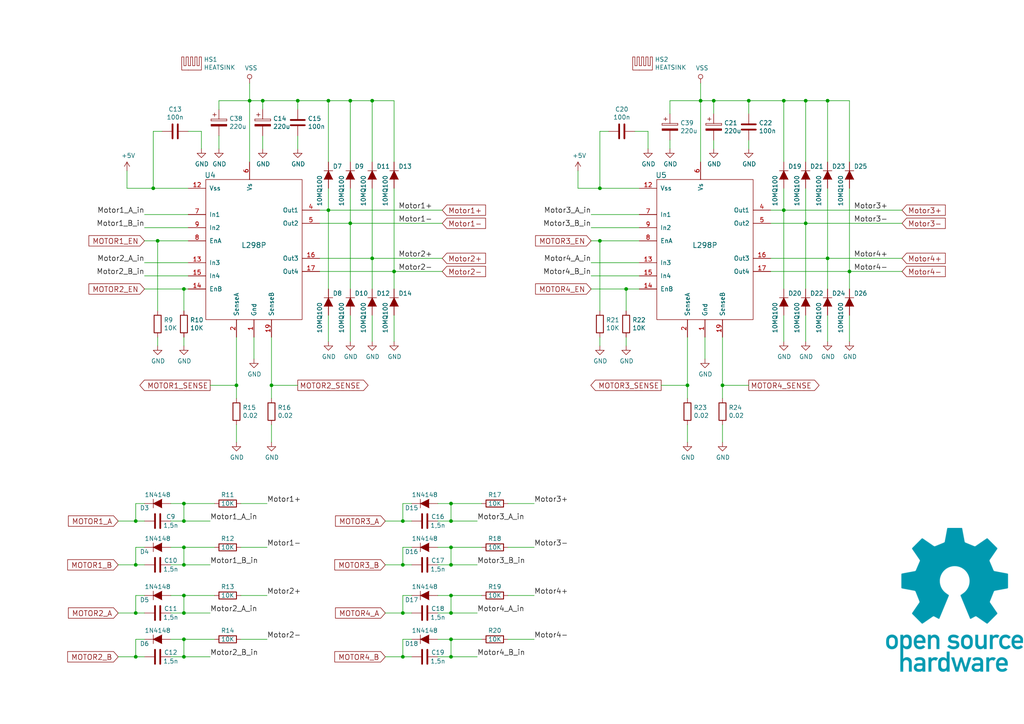
<source format=kicad_sch>
(kicad_sch (version 20231120) (generator "eeschema") (generator_version "8.0")
  (paper "A4")
  (title_block (title "Subsistema de potencia") (date "2016-08-18") (rev "V.0.1") (company "ATMEGA328-Motor-Board") (comment 2 "Creada por Antonio Morales") (comment 3 "Documentación en https://github.com/AntonioMR/ATMEGA328-Motor-Board") (comment 4 "ATMEGA328-Motor-Board"))
  (junction (at 116.84 163.83))
  (junction (at 53.34 177.8))
  (junction (at 39.37 177.8))
  (junction (at 44.45 54.61))
  (junction (at 116.84 177.8))
  (junction (at 227.33 29.21))
  (junction (at 130.81 172.72))
  (junction (at 68.58 111.76))
  (junction (at 53.34 185.42))
  (junction (at 130.81 190.5))
  (junction (at 53.34 190.5))
  (junction (at 101.6 29.21))
  (junction (at 217.17 29.21))
  (junction (at 130.81 185.42))
  (junction (at 116.84 190.5))
  (junction (at 72.39 29.21))
  (junction (at 45.72 69.85))
  (junction (at 203.2 29.21))
  (junction (at 107.95 74.93))
  (junction (at 209.55 111.76))
  (junction (at 207.01 29.21))
  (junction (at 39.37 151.13))
  (junction (at 240.03 74.93))
  (junction (at 39.37 190.5))
  (junction (at 130.81 158.75))
  (junction (at 53.34 83.82))
  (junction (at 173.99 54.61))
  (junction (at 53.34 172.72))
  (junction (at 76.2 29.21))
  (junction (at 240.03 29.21))
  (junction (at 78.74 111.76))
  (junction (at 130.81 163.83))
  (junction (at 39.37 163.83))
  (junction (at 53.34 158.75))
  (junction (at 107.95 29.21))
  (junction (at 173.99 69.85))
  (junction (at 53.34 151.13))
  (junction (at 130.81 151.13))
  (junction (at 233.68 64.77))
  (junction (at 53.34 163.83))
  (junction (at 53.34 146.05))
  (junction (at 116.84 151.13))
  (junction (at 246.38 78.74))
  (junction (at 227.33 60.96))
  (junction (at 114.3 78.74))
  (junction (at 199.39 111.76))
  (junction (at 130.81 146.05))
  (junction (at 101.6 64.77))
  (junction (at 130.81 177.8))
  (junction (at 95.25 29.21))
  (junction (at 86.36 29.21))
  (junction (at 233.68 29.21))
  (junction (at 181.61 83.82))
  (junction (at 95.25 60.96))
  (wire (pts (xy 86.36 29.21) (xy 95.25 29.21)))
  (wire (pts (xy 130.81 190.5) (xy 130.81 185.42)))
  (wire (pts (xy 45.72 100.33) (xy 45.72 97.79)))
  (wire (pts (xy 199.39 111.76) (xy 191.77 111.76)))
  (wire (pts (xy 49.53 146.05) (xy 53.34 146.05)))
  (wire (pts (xy 41.91 83.82) (xy 53.34 83.82)))
  (wire (pts (xy 78.74 111.76) (xy 86.36 111.76)))
  (wire (pts (xy 194.31 29.21) (xy 203.2 29.21)))
  (wire (pts (xy 130.81 185.42) (xy 139.7 185.42)))
  (wire (pts (xy 34.29 190.5) (xy 39.37 190.5)))
  (wire (pts (xy 53.34 185.42) (xy 62.23 185.42)))
  (wire (pts (xy 78.74 97.79) (xy 78.74 111.76)))
  (wire (pts (xy 39.37 177.8) (xy 41.91 177.8)))
  (wire (pts (xy 72.39 24.13) (xy 72.39 29.21)))
  (wire (pts (xy 95.25 54.61) (xy 95.25 60.96)))
  (wire (pts (xy 173.99 38.1) (xy 173.99 54.61)))
  (wire (pts (xy 173.99 54.61) (xy 185.42 54.61)))
  (wire (pts (xy 127 151.13) (xy 130.81 151.13)))
  (wire (pts (xy 116.84 177.8) (xy 119.38 177.8)))
  (wire (pts (xy 101.6 29.21) (xy 107.95 29.21)))
  (wire (pts (xy 53.34 97.79) (xy 53.34 100.33)))
  (wire (pts (xy 39.37 190.5) (xy 41.91 190.5)))
  (wire (pts (xy 127 190.5) (xy 130.81 190.5)))
  (wire (pts (xy 240.03 29.21) (xy 246.38 29.21)))
  (wire (pts (xy 111.76 177.8) (xy 116.84 177.8)))
  (wire (pts (xy 114.3 29.21) (xy 114.3 46.99)))
  (wire (pts (xy 68.58 97.79) (xy 68.58 111.76)))
  (wire (pts (xy 246.38 54.61) (xy 246.38 78.74)))
  (wire (pts (xy 233.68 64.77) (xy 261.62 64.77)))
  (wire (pts (xy 227.33 60.96) (xy 261.62 60.96)))
  (wire (pts (xy 147.32 172.72) (xy 154.94 172.72)))
  (wire (pts (xy 171.45 66.04) (xy 185.42 66.04)))
  (wire (pts (xy 227.33 46.99) (xy 227.33 29.21)))
  (wire (pts (xy 246.38 99.06) (xy 246.38 91.44)))
  (wire (pts (xy 116.84 185.42) (xy 116.84 190.5)))
  (wire (pts (xy 63.5 31.75) (xy 63.5 29.21)))
  (wire (pts (xy 58.42 38.1) (xy 54.61 38.1)))
  (wire (pts (xy 111.76 163.83) (xy 116.84 163.83)))
  (wire (pts (xy 233.68 54.61) (xy 233.68 64.77)))
  (wire (pts (xy 130.81 158.75) (xy 139.7 158.75)))
  (wire (pts (xy 107.95 29.21) (xy 107.95 46.99)))
  (wire (pts (xy 76.2 29.21) (xy 76.2 31.75)))
  (wire (pts (xy 39.37 151.13) (xy 41.91 151.13)))
  (wire (pts (xy 199.39 97.79) (xy 199.39 111.76)))
  (wire (pts (xy 78.74 111.76) (xy 78.74 115.57)))
  (wire (pts (xy 240.03 46.99) (xy 240.03 29.21)))
  (wire (pts (xy 53.34 151.13) (xy 53.34 146.05)))
  (wire (pts (xy 34.29 151.13) (xy 39.37 151.13)))
  (wire (pts (xy 53.34 177.8) (xy 60.96 177.8)))
  (wire (pts (xy 223.52 78.74) (xy 246.38 78.74)))
  (wire (pts (xy 114.3 99.06) (xy 114.3 91.44)))
  (wire (pts (xy 203.2 24.13) (xy 203.2 29.21)))
  (wire (pts (xy 246.38 78.74) (xy 261.62 78.74)))
  (wire (pts (xy 127 185.42) (xy 130.81 185.42)))
  (wire (pts (xy 101.6 54.61) (xy 101.6 64.77)))
  (wire (pts (xy 101.6 46.99) (xy 101.6 29.21)))
  (wire (pts (xy 44.45 54.61) (xy 54.61 54.61)))
  (wire (pts (xy 127 177.8) (xy 130.81 177.8)))
  (wire (pts (xy 246.38 78.74) (xy 246.38 83.82)))
  (wire (pts (xy 49.53 151.13) (xy 53.34 151.13)))
  (wire (pts (xy 49.53 158.75) (xy 53.34 158.75)))
  (wire (pts (xy 53.34 163.83) (xy 53.34 158.75)))
  (wire (pts (xy 217.17 29.21) (xy 217.17 33.02)))
  (wire (pts (xy 34.29 177.8) (xy 39.37 177.8)))
  (wire (pts (xy 127 158.75) (xy 130.81 158.75)))
  (wire (pts (xy 114.3 78.74) (xy 114.3 83.82)))
  (wire (pts (xy 147.32 158.75) (xy 154.94 158.75)))
  (wire (pts (xy 147.32 185.42) (xy 154.94 185.42)))
  (wire (pts (xy 203.2 29.21) (xy 203.2 46.99)))
  (wire (pts (xy 130.81 190.5) (xy 138.43 190.5)))
  (wire (pts (xy 63.5 43.18) (xy 63.5 39.37)))
  (wire (pts (xy 41.91 69.85) (xy 45.72 69.85)))
  (wire (pts (xy 39.37 185.42) (xy 39.37 190.5)))
  (wire (pts (xy 116.84 151.13) (xy 119.38 151.13)))
  (wire (pts (xy 107.95 54.61) (xy 107.95 74.93)))
  (wire (pts (xy 76.2 39.37) (xy 76.2 43.18)))
  (wire (pts (xy 92.71 78.74) (xy 114.3 78.74)))
  (wire (pts (xy 194.31 43.18) (xy 194.31 40.64)))
  (wire (pts (xy 209.55 97.79) (xy 209.55 111.76)))
  (wire (pts (xy 207.01 29.21) (xy 217.17 29.21)))
  (wire (pts (xy 130.81 151.13) (xy 130.81 146.05)))
  (wire (pts (xy 173.99 69.85) (xy 185.42 69.85)))
  (wire (pts (xy 41.91 158.75) (xy 39.37 158.75)))
  (wire (pts (xy 199.39 128.27) (xy 199.39 123.19)))
  (wire (pts (xy 171.45 80.01) (xy 185.42 80.01)))
  (wire (pts (xy 173.99 90.17) (xy 173.99 69.85)))
  (wire (pts (xy 171.45 83.82) (xy 181.61 83.82)))
  (wire (pts (xy 101.6 64.77) (xy 128.27 64.77)))
  (wire (pts (xy 39.37 146.05) (xy 39.37 151.13)))
  (wire (pts (xy 53.34 151.13) (xy 60.96 151.13)))
  (wire (pts (xy 233.68 29.21) (xy 240.03 29.21)))
  (wire (pts (xy 246.38 29.21) (xy 246.38 46.99)))
  (wire (pts (xy 119.38 158.75) (xy 116.84 158.75)))
  (wire (pts (xy 181.61 97.79) (xy 181.61 100.33)))
  (wire (pts (xy 217.17 29.21) (xy 227.33 29.21)))
  (wire (pts (xy 209.55 111.76) (xy 209.55 115.57)))
  (wire (pts (xy 227.33 60.96) (xy 227.33 83.82)))
  (wire (pts (xy 194.31 33.02) (xy 194.31 29.21)))
  (wire (pts (xy 53.34 83.82) (xy 54.61 83.82)))
  (wire (pts (xy 92.71 60.96) (xy 95.25 60.96)))
  (wire (pts (xy 95.25 60.96) (xy 95.25 83.82)))
  (wire (pts (xy 114.3 54.61) (xy 114.3 78.74)))
  (wire (pts (xy 209.55 111.76) (xy 217.17 111.76)))
  (wire (pts (xy 209.55 128.27) (xy 209.55 123.19)))
  (wire (pts (xy 223.52 60.96) (xy 227.33 60.96)))
  (wire (pts (xy 41.91 146.05) (xy 39.37 146.05)))
  (wire (pts (xy 68.58 111.76) (xy 68.58 115.57)))
  (wire (pts (xy 199.39 111.76) (xy 199.39 115.57)))
  (wire (pts (xy 116.84 163.83) (xy 119.38 163.83)))
  (wire (pts (xy 44.45 38.1) (xy 44.45 54.61)))
  (wire (pts (xy 181.61 83.82) (xy 185.42 83.82)))
  (wire (pts (xy 203.2 29.21) (xy 207.01 29.21)))
  (wire (pts (xy 171.45 69.85) (xy 173.99 69.85)))
  (wire (pts (xy 36.83 49.53) (xy 36.83 54.61)))
  (wire (pts (xy 173.99 97.79) (xy 173.99 100.33)))
  (wire (pts (xy 45.72 90.17) (xy 45.72 69.85)))
  (wire (pts (xy 227.33 99.06) (xy 227.33 91.44)))
  (wire (pts (xy 60.96 111.76) (xy 68.58 111.76)))
  (wire (pts (xy 53.34 190.5) (xy 53.34 185.42)))
  (wire (pts (xy 95.25 91.44) (xy 95.25 99.06)))
  (wire (pts (xy 127 146.05) (xy 130.81 146.05)))
  (wire (pts (xy 187.96 38.1) (xy 184.15 38.1)))
  (wire (pts (xy 207.01 43.18) (xy 207.01 40.64)))
  (wire (pts (xy 223.52 64.77) (xy 233.68 64.77)))
  (wire (pts (xy 53.34 177.8) (xy 53.34 172.72)))
  (wire (pts (xy 41.91 185.42) (xy 39.37 185.42)))
  (wire (pts (xy 49.53 185.42) (xy 53.34 185.42)))
  (wire (pts (xy 53.34 190.5) (xy 60.96 190.5)))
  (wire (pts (xy 130.81 151.13) (xy 138.43 151.13)))
  (wire (pts (xy 49.53 172.72) (xy 53.34 172.72)))
  (wire (pts (xy 49.53 177.8) (xy 53.34 177.8)))
  (wire (pts (xy 54.61 66.04) (xy 41.91 66.04)))
  (wire (pts (xy 240.03 74.93) (xy 261.62 74.93)))
  (wire (pts (xy 107.95 91.44) (xy 107.95 99.06)))
  (wire (pts (xy 107.95 74.93) (xy 128.27 74.93)))
  (wire (pts (xy 72.39 29.21) (xy 76.2 29.21)))
  (wire (pts (xy 107.95 74.93) (xy 107.95 83.82)))
  (wire (pts (xy 167.64 49.53) (xy 167.64 54.61)))
  (wire (pts (xy 95.25 29.21) (xy 101.6 29.21)))
  (wire (pts (xy 119.38 185.42) (xy 116.84 185.42)))
  (wire (pts (xy 53.34 172.72) (xy 62.23 172.72)))
  (wire (pts (xy 92.71 74.93) (xy 107.95 74.93)))
  (wire (pts (xy 116.84 146.05) (xy 116.84 151.13)))
  (wire (pts (xy 95.25 29.21) (xy 95.25 46.99)))
  (wire (pts (xy 41.91 80.01) (xy 54.61 80.01)))
  (wire (pts (xy 53.34 146.05) (xy 62.23 146.05)))
  (wire (pts (xy 217.17 40.64) (xy 217.17 43.18)))
  (wire (pts (xy 76.2 29.21) (xy 86.36 29.21)))
  (wire (pts (xy 240.03 99.06) (xy 240.03 91.44)))
  (wire (pts (xy 176.53 38.1) (xy 173.99 38.1)))
  (wire (pts (xy 223.52 74.93) (xy 240.03 74.93)))
  (wire (pts (xy 130.81 172.72) (xy 139.7 172.72)))
  (wire (pts (xy 101.6 64.77) (xy 101.6 83.82)))
  (wire (pts (xy 116.84 158.75) (xy 116.84 163.83)))
  (wire (pts (xy 53.34 90.17) (xy 53.34 83.82)))
  (wire (pts (xy 130.81 177.8) (xy 130.81 172.72)))
  (wire (pts (xy 171.45 62.23) (xy 185.42 62.23)))
  (wire (pts (xy 171.45 76.2) (xy 185.42 76.2)))
  (wire (pts (xy 130.81 177.8) (xy 138.43 177.8)))
  (wire (pts (xy 49.53 163.83) (xy 53.34 163.83)))
  (wire (pts (xy 127 172.72) (xy 130.81 172.72)))
  (wire (pts (xy 78.74 128.27) (xy 78.74 123.19)))
  (wire (pts (xy 130.81 163.83) (xy 138.43 163.83)))
  (wire (pts (xy 36.83 54.61) (xy 44.45 54.61)))
  (wire (pts (xy 68.58 123.19) (xy 68.58 128.27)))
  (wire (pts (xy 207.01 33.02) (xy 207.01 29.21)))
  (wire (pts (xy 227.33 54.61) (xy 227.33 60.96)))
  (wire (pts (xy 58.42 43.18) (xy 58.42 38.1)))
  (wire (pts (xy 116.84 172.72) (xy 116.84 177.8)))
  (wire (pts (xy 34.29 163.83) (xy 39.37 163.83)))
  (wire (pts (xy 204.47 104.14) (xy 204.47 97.79)))
  (wire (pts (xy 49.53 190.5) (xy 53.34 190.5)))
  (wire (pts (xy 73.66 97.79) (xy 73.66 104.14)))
  (wire (pts (xy 41.91 62.23) (xy 54.61 62.23)))
  (wire (pts (xy 72.39 29.21) (xy 72.39 46.99)))
  (wire (pts (xy 127 163.83) (xy 130.81 163.83)))
  (wire (pts (xy 233.68 29.21) (xy 233.68 46.99)))
  (wire (pts (xy 227.33 29.21) (xy 233.68 29.21)))
  (wire (pts (xy 69.85 185.42) (xy 77.47 185.42)))
  (wire (pts (xy 69.85 158.75) (xy 77.47 158.75)))
  (wire (pts (xy 130.81 163.83) (xy 130.81 158.75)))
  (wire (pts (xy 69.85 146.05) (xy 77.47 146.05)))
  (wire (pts (xy 116.84 190.5) (xy 119.38 190.5)))
  (wire (pts (xy 130.81 146.05) (xy 139.7 146.05)))
  (wire (pts (xy 39.37 163.83) (xy 41.91 163.83)))
  (wire (pts (xy 119.38 172.72) (xy 116.84 172.72)))
  (wire (pts (xy 86.36 39.37) (xy 86.36 43.18)))
  (wire (pts (xy 92.71 64.77) (xy 101.6 64.77)))
  (wire (pts (xy 111.76 190.5) (xy 116.84 190.5)))
  (wire (pts (xy 86.36 29.21) (xy 86.36 31.75)))
  (wire (pts (xy 39.37 158.75) (xy 39.37 163.83)))
  (wire (pts (xy 240.03 54.61) (xy 240.03 74.93)))
  (wire (pts (xy 233.68 99.06) (xy 233.68 91.44)))
  (wire (pts (xy 119.38 146.05) (xy 116.84 146.05)))
  (wire (pts (xy 53.34 158.75) (xy 62.23 158.75)))
  (wire (pts (xy 95.25 60.96) (xy 128.27 60.96)))
  (wire (pts (xy 39.37 172.72) (xy 39.37 177.8)))
  (wire (pts (xy 240.03 74.93) (xy 240.03 83.82)))
  (wire (pts (xy 54.61 76.2) (xy 41.91 76.2)))
  (wire (pts (xy 147.32 146.05) (xy 154.94 146.05)))
  (wire (pts (xy 111.76 151.13) (xy 116.84 151.13)))
  (wire (pts (xy 69.85 172.72) (xy 77.47 172.72)))
  (wire (pts (xy 233.68 64.77) (xy 233.68 83.82)))
  (wire (pts (xy 53.34 163.83) (xy 60.96 163.83)))
  (wire (pts (xy 63.5 29.21) (xy 72.39 29.21)))
  (wire (pts (xy 114.3 78.74) (xy 128.27 78.74)))
  (wire (pts (xy 167.64 54.61) (xy 173.99 54.61)))
  (wire (pts (xy 107.95 29.21) (xy 114.3 29.21)))
  (wire (pts (xy 41.91 172.72) (xy 39.37 172.72)))
  (wire (pts (xy 187.96 43.18) (xy 187.96 38.1)))
  (wire (pts (xy 101.6 99.06) (xy 101.6 91.44)))
  (wire (pts (xy 45.72 69.85) (xy 54.61 69.85)))
  (wire (pts (xy 181.61 90.17) (xy 181.61 83.82)))
  (wire (pts (xy 46.99 38.1) (xy 44.45 38.1)))
  (image (at 276.86 173.99) (scale 1.32))
  (label "Motor2_A_in" (at 41.91 76.2 180) (effects (font (size 1.524 1.524))))
  (label "Motor3_A_in" (at 171.45 62.23 180) (effects (font (size 1.524 1.524))))
  (label "Motor2-" (at 115.57 78.74 0) (effects (font (size 1.524 1.524))))
  (label "Motor4_B_in" (at 171.45 80.01 180) (effects (font (size 1.524 1.524))))
  (label "Motor3-" (at 247.65 64.77 0) (effects (font (size 1.524 1.524))))
  (label "Motor3_A_in" (at 138.43 151.13 0) (effects (font (size 1.524 1.524))))
  (label "Motor1+" (at 115.57 60.96 0) (effects (font (size 1.524 1.524))))
  (label "Motor2_B_in" (at 41.91 80.01 180) (effects (font (size 1.524 1.524))))
  (label "Motor3+" (at 247.65 60.96 0) (effects (font (size 1.524 1.524))))
  (label "Motor4_A_in" (at 171.45 76.2 180) (effects (font (size 1.524 1.524))))
  (label "Motor2_B_in" (at 60.96 190.5 0) (effects (font (size 1.524 1.524))))
  (label "Motor4_B_in" (at 138.43 190.5 0) (effects (font (size 1.524 1.524))))
  (label "Motor3_B_in" (at 171.45 66.04 180) (effects (font (size 1.524 1.524))))
  (label "Motor3-" (at 154.94 158.75 0) (effects (font (size 1.524 1.524))))
  (label "Motor1_A_in" (at 41.91 62.23 180) (effects (font (size 1.524 1.524))))
  (label "Motor1_B_in" (at 60.96 163.83 0) (effects (font (size 1.524 1.524))))
  (label "Motor1+" (at 77.47 146.05 0) (effects (font (size 1.524 1.524))))
  (label "Motor2+" (at 115.57 74.93 0) (effects (font (size 1.524 1.524))))
  (label "Motor1-" (at 115.57 64.77 0) (effects (font (size 1.524 1.524))))
  (label "Motor1-" (at 77.47 158.75 0) (effects (font (size 1.524 1.524))))
  (label "Motor2_A_in" (at 60.96 177.8 0) (effects (font (size 1.524 1.524))))
  (label "Motor3+" (at 154.94 146.05 0) (effects (font (size 1.524 1.524))))
  (label "Motor2-" (at 77.47 185.42 0) (effects (font (size 1.524 1.524))))
  (label "Motor4_A_in" (at 138.43 177.8 0) (effects (font (size 1.524 1.524))))
  (label "Motor2+" (at 77.47 172.72 0) (effects (font (size 1.524 1.524))))
  (label "Motor1_B_in" (at 41.91 66.04 180) (effects (font (size 1.524 1.524))))
  (label "Motor4+" (at 154.94 172.72 0) (effects (font (size 1.524 1.524))))
  (label "Motor4+" (at 247.65 74.93 0) (effects (font (size 1.524 1.524))))
  (label "Motor1_A_in" (at 60.96 151.13 0) (effects (font (size 1.524 1.524))))
  (label "Motor4-" (at 247.65 78.74 0) (effects (font (size 1.524 1.524))))
  (label "Motor3_B_in" (at 138.43 163.83 0) (effects (font (size 1.524 1.524))))
  (label "Motor4-" (at 154.94 185.42 0) (effects (font (size 1.524 1.524))))
  (global_label "Motor3+" (shape input) (at 261.62 60.96 0) (effects (font (size 1.524 1.524))) (property "Intersheetrefs" "${INTERSHEET_REFS}" (effects (hide yes))))
  (global_label "Motor3-" (shape input) (at 261.62 64.77 0) (effects (font (size 1.524 1.524))) (property "Intersheetrefs" "${INTERSHEET_REFS}" (effects (hide yes))))
  (global_label "MOTOR2_B" (shape input) (at 34.29 190.5 180) (effects (font (size 1.524 1.524))) (property "Intersheetrefs" "${INTERSHEET_REFS}" (effects (hide yes))))
  (global_label "MOTOR4_EN" (shape input) (at 171.45 83.82 180) (effects (font (size 1.524 1.524))) (property "Intersheetrefs" "${INTERSHEET_REFS}" (effects (hide yes))))
  (global_label "Motor4+" (shape input) (at 261.62 74.93 0) (effects (font (size 1.524 1.524))) (property "Intersheetrefs" "${INTERSHEET_REFS}" (effects (hide yes))))
  (global_label "MOTOR1_B" (shape input) (at 34.29 163.83 180) (effects (font (size 1.524 1.524))) (property "Intersheetrefs" "${INTERSHEET_REFS}" (effects (hide yes))))
  (global_label "MOTOR4_A" (shape input) (at 111.76 177.8 180) (effects (font (size 1.524 1.524))) (property "Intersheetrefs" "${INTERSHEET_REFS}" (effects (hide yes))))
  (global_label "MOTOR1_A" (shape input) (at 34.29 151.13 180) (effects (font (size 1.524 1.524))) (property "Intersheetrefs" "${INTERSHEET_REFS}" (effects (hide yes))))
  (global_label "MOTOR3_A" (shape input) (at 111.76 151.13 180) (effects (font (size 1.524 1.524))) (property "Intersheetrefs" "${INTERSHEET_REFS}" (effects (hide yes))))
  (global_label "MOTOR1_SENSE" (shape output) (at 60.96 111.76 180) (effects (font (size 1.524 1.524))) (property "Intersheetrefs" "${INTERSHEET_REFS}" (effects (hide yes))))
  (global_label "MOTOR4_B" (shape input) (at 111.76 190.5 180) (effects (font (size 1.524 1.524))) (property "Intersheetrefs" "${INTERSHEET_REFS}" (effects (hide yes))))
  (global_label "Motor2+" (shape input) (at 128.27 74.93 0) (effects (font (size 1.524 1.524))) (property "Intersheetrefs" "${INTERSHEET_REFS}" (effects (hide yes))))
  (global_label "MOTOR2_EN" (shape input) (at 41.91 83.82 180) (effects (font (size 1.524 1.524))) (property "Intersheetrefs" "${INTERSHEET_REFS}" (effects (hide yes))))
  (global_label "MOTOR2_A" (shape input) (at 34.29 177.8 180) (effects (font (size 1.524 1.524))) (property "Intersheetrefs" "${INTERSHEET_REFS}" (effects (hide yes))))
  (global_label "Motor2-" (shape input) (at 128.27 78.74 0) (effects (font (size 1.524 1.524))) (property "Intersheetrefs" "${INTERSHEET_REFS}" (effects (hide yes))))
  (global_label "MOTOR3_EN" (shape input) (at 171.45 69.85 180) (effects (font (size 1.524 1.524))) (property "Intersheetrefs" "${INTERSHEET_REFS}" (effects (hide yes))))
  (global_label "MOTOR3_B" (shape input) (at 111.76 163.83 180) (effects (font (size 1.524 1.524))) (property "Intersheetrefs" "${INTERSHEET_REFS}" (effects (hide yes))))
  (global_label "MOTOR3_SENSE" (shape output) (at 191.77 111.76 180) (effects (font (size 1.524 1.524))) (property "Intersheetrefs" "${INTERSHEET_REFS}" (effects (hide yes))))
  (global_label "MOTOR4_SENSE" (shape output) (at 217.17 111.76 0) (effects (font (size 1.524 1.524))) (property "Intersheetrefs" "${INTERSHEET_REFS}" (effects (hide yes))))
  (global_label "Motor4-" (shape input) (at 261.62 78.74 0) (effects (font (size 1.524 1.524))) (property "Intersheetrefs" "${INTERSHEET_REFS}" (effects (hide yes))))
  (global_label "MOTOR2_SENSE" (shape output) (at 86.36 111.76 0) (effects (font (size 1.524 1.524))) (property "Intersheetrefs" "${INTERSHEET_REFS}" (effects (hide yes))))
  (global_label "Motor1+" (shape input) (at 128.27 60.96 0) (effects (font (size 1.524 1.524))) (property "Intersheetrefs" "${INTERSHEET_REFS}" (effects (hide yes))))
  (global_label "MOTOR1_EN" (shape input) (at 41.91 69.85 180) (effects (font (size 1.524 1.524))) (property "Intersheetrefs" "${INTERSHEET_REFS}" (effects (hide yes))))
  (global_label "Motor1-" (shape input) (at 128.27 64.77 0) (effects (font (size 1.524 1.524))) (property "Intersheetrefs" "${INTERSHEET_REFS}" (effects (hide yes))))
  (symbol (lib_id "ATMEGA328_Motor_Board-rescue:GND") (at 73.66 104.14 0) (unit 1)
    (property "Reference" "#PWR022" (effects (hide yes)))
    (property "Value" "GND" (at 73.787 108.5342 0))
  )
  (symbol (lib_id "ATMEGA328_Motor_Board-rescue:C") (at 86.36 35.56 0) (unit 1)
    (property "Reference" "C15" (at 89.281 34.3916 0) (effects (justify left)))
    (property "Value" "100n" (at 89.281 36.703 0) (effects (justify left)))
    (property "Footprint" "Capacitors_SMD:C_0805" (effects (hide yes)))
    (property "Fabricante" "avx" (effects (hide yes)))
    (property "Ref" "08055C104K4T2A" (effects (hide yes)))
    (property "Provedor" "tme" (effects (hide yes)))
    (property "Ref_Proveedor" "08055C104K4T2A" (effects (hide yes)))
  )
  (symbol (lib_id "ATMEGA328_Motor_Board-rescue:C") (at 217.17 36.83 0) (unit 1)
    (property "Reference" "C22" (at 220.091 35.6616 0) (effects (justify left)))
    (property "Value" "100n" (at 220.091 37.973 0) (effects (justify left)))
    (property "Footprint" "Capacitors_SMD:C_0805" (effects (hide yes)))
    (property "Fabricante" "avx" (effects (hide yes)))
    (property "Ref" "08055C104K4T2A" (effects (hide yes)))
    (property "Provedor" "tme" (effects (hide yes)))
    (property "Ref_Proveedor" "08055C104K4T2A" (effects (hide yes)))
  )
  (symbol (lib_id "ATMEGA328_Motor_Board-rescue:GND") (at 86.36 43.18 0) (unit 1)
    (property "Reference" "#PWR023" (effects (hide yes)))
    (property "Value" "GND" (at 86.487 47.5742 0))
  )
  (symbol (lib_id "ATMEGA328_Motor_Board-rescue:GND") (at 217.17 43.18 0) (unit 1)
    (property "Reference" "#PWR024" (effects (hide yes)))
    (property "Value" "GND" (at 217.297 47.5742 0))
  )
  (symbol (lib_id "ATMEGA328_Motor_Board-rescue:C") (at 180.34 38.1 270) (unit 1)
    (property "Reference" "C20" (at 180.34 31.6992 90))
    (property "Value" "100n" (at 180.34 34.0106 90))
    (property "Footprint" "Capacitors_SMD:C_0805" (effects (hide yes)))
    (property "Fabricante" "avx" (effects (hide yes)))
    (property "Ref" "08055C104K4T2A" (effects (hide yes)))
    (property "Provedor" "tme" (effects (hide yes)))
    (property "Ref_Proveedor" "08055C104K4T2A" (effects (hide yes)))
  )
  (symbol (lib_id "ATMEGA328_Motor_Board-rescue:C") (at 50.8 38.1 270) (unit 1)
    (property "Reference" "C13" (at 50.8 31.6992 90))
    (property "Value" "100n" (at 50.8 34.0106 90))
    (property "Footprint" "Capacitors_SMD:C_0805" (effects (hide yes)))
    (property "Fabricante" "avx" (effects (hide yes)))
    (property "Ref" "08055C104K4T2A" (effects (hide yes)))
    (property "Provedor" "tme" (effects (hide yes)))
    (property "Ref_Proveedor" "08055C104K4T2A" (effects (hide yes)))
  )
  (symbol (lib_id "ATMEGA328_Motor_Board-rescue:GND") (at 187.96 43.18 0) (unit 1)
    (property "Reference" "#PWR025" (effects (hide yes)))
    (property "Value" "GND" (at 188.087 47.5742 0))
  )
  (symbol (lib_id "ATMEGA328_Motor_Board-rescue:GND") (at 58.42 43.18 0) (unit 1)
    (property "Reference" "#PWR026" (effects (hide yes)))
    (property "Value" "GND" (at 58.547 47.5742 0))
  )
  (symbol (lib_id "ATMEGA328_Motor_Board-rescue:R") (at 68.58 119.38 0) (unit 1)
    (property "Reference" "R15" (at 70.358 118.2116 0) (effects (justify left)))
    (property "Value" "0.02" (at 70.358 120.523 0) (effects (justify left)))
    (property "Footprint" "Resistors_SMD:R_1206" (effects (hide yes)))
    (property "Fabricante" "walsin" (effects (hide yes)))
    (property "Ref" "WW12DR020FTL" (effects (hide yes)))
    (property "Potencia" "1W" (effects (hide yes)))
    (property "Tolerancia" "1%" (effects (hide yes)))
    (property "Provedor" "tme" (effects (hide yes)))
    (property "Ref_Proveedor" "WW12DR020FTL" (effects (hide yes)))
  )
  (symbol (lib_id "ATMEGA328_Motor_Board-rescue:R") (at 78.74 119.38 0) (unit 1)
    (property "Reference" "R16" (at 80.518 118.2116 0) (effects (justify left)))
    (property "Value" "0.02" (at 80.518 120.523 0) (effects (justify left)))
    (property "Footprint" "Resistors_SMD:R_1206" (effects (hide yes)))
    (property "Fabricante" "walsin" (effects (hide yes)))
    (property "Ref" "WW12DR020FTL" (effects (hide yes)))
    (property "Potencia" "1W" (effects (hide yes)))
    (property "Tolerancia" "1%" (effects (hide yes)))
    (property "Provedor" "tme" (effects (hide yes)))
    (property "Ref_Proveedor" "WW12DR020FTL" (effects (hide yes)))
  )
  (symbol (lib_id "ATMEGA328_Motor_Board-rescue:R") (at 199.39 119.38 0) (unit 1)
    (property "Reference" "R23" (at 201.168 118.2116 0) (effects (justify left)))
    (property "Value" "0.02" (at 201.168 120.523 0) (effects (justify left)))
    (property "Footprint" "Resistors_SMD:R_1206" (effects (hide yes)))
    (property "Fabricante" "walsin" (effects (hide yes)))
    (property "Ref" "WW12DR020FTL" (effects (hide yes)))
    (property "Potencia" "1W" (effects (hide yes)))
    (property "Tolerancia" "1%" (effects (hide yes)))
    (property "Provedor" "tme" (effects (hide yes)))
    (property "Ref_Proveedor" "WW12DR020FTL" (effects (hide yes)))
  )
  (symbol (lib_id "ATMEGA328_Motor_Board-rescue:R") (at 209.55 119.38 0) (unit 1)
    (property "Reference" "R24" (at 211.328 118.2116 0) (effects (justify left)))
    (property "Value" "0.02" (at 211.328 120.523 0) (effects (justify left)))
    (property "Footprint" "Resistors_SMD:R_1206" (effects (hide yes)))
    (property "Fabricante" "walsin" (effects (hide yes)))
    (property "Ref" "WW12DR020FTL" (effects (hide yes)))
    (property "Potencia" "1W" (effects (hide yes)))
    (property "Tolerancia" "1%" (effects (hide yes)))
    (property "Provedor" "tme" (effects (hide yes)))
    (property "Ref_Proveedor" "WW12DR020FTL" (effects (hide yes)))
  )
  (symbol (lib_id "ATMEGA328_Motor_Board-rescue:GND") (at 209.55 128.27 0) (unit 1)
    (property "Reference" "#PWR027" (effects (hide yes)))
    (property "Value" "GND" (at 209.677 132.6642 0))
  )
  (symbol (lib_id "ATMEGA328_Motor_Board-rescue:GND") (at 199.39 128.27 0) (unit 1)
    (property "Reference" "#PWR028" (effects (hide yes)))
    (property "Value" "GND" (at 199.517 132.6642 0))
  )
  (symbol (lib_id "ATMEGA328_Motor_Board-rescue:GND") (at 78.74 128.27 0) (unit 1)
    (property "Reference" "#PWR029" (effects (hide yes)))
    (property "Value" "GND" (at 78.867 132.6642 0))
  )
  (symbol (lib_id "ATMEGA328_Motor_Board-rescue:GND") (at 68.58 128.27 0) (unit 1)
    (property "Reference" "#PWR030" (effects (hide yes)))
    (property "Value" "GND" (at 68.707 132.6642 0))
  )
  (symbol (lib_id "ATMEGA328_Motor_Board-rescue:D") (at 95.25 50.8 270) (unit 1)
    (property "Reference" "D7" (at 96.52 48.26 90) (effects (justify left)))
    (property "Value" "10MQ100" (at 92.71 50.8 0) (effects (justify left)))
    (property "Footprint" "Diodos:DO-214AC" (effects (hide yes)))
    (property "Fabricante" "vishay" (effects (hide yes)))
    (property "Ref" "10MQ100NTRPBF" (effects (hide yes)))
    (property "Provedor" "tme" (effects (hide yes)))
    (property "Ref_Proveedor" "10MQ100NTRPBF" (effects (hide yes)))
  )
  (symbol (lib_id "ATMEGA328_Motor_Board-rescue:D") (at 101.6 50.8 270) (unit 1)
    (property "Reference" "D9" (at 102.87 48.26 90) (effects (justify left)))
    (property "Value" "10MQ100" (at 99.06 50.8 0) (effects (justify left)))
    (property "Footprint" "Diodos:DO-214AC" (effects (hide yes)))
    (property "Fabricante" "vishay" (effects (hide yes)))
    (property "Ref" "10MQ100NTRPBF" (effects (hide yes)))
    (property "Provedor" "tme" (effects (hide yes)))
    (property "Ref_Proveedor" "10MQ100NTRPBF" (effects (hide yes)))
  )
  (symbol (lib_id "ATMEGA328_Motor_Board-rescue:D") (at 107.95 50.8 270) (unit 1)
    (property "Reference" "D11" (at 109.22 48.26 90) (effects (justify left)))
    (property "Value" "10MQ100" (at 105.41 50.8 0) (effects (justify left)))
    (property "Footprint" "Diodos:DO-214AC" (effects (hide yes)))
    (property "Fabricante" "vishay" (effects (hide yes)))
    (property "Ref" "10MQ100NTRPBF" (effects (hide yes)))
    (property "Provedor" "tme" (effects (hide yes)))
    (property "Ref_Proveedor" "10MQ100NTRPBF" (effects (hide yes)))
  )
  (symbol (lib_id "ATMEGA328_Motor_Board-rescue:D") (at 114.3 50.8 270) (unit 1)
    (property "Reference" "D13" (at 115.57 48.26 90) (effects (justify left)))
    (property "Value" "10MQ100" (at 111.76 50.8 0) (effects (justify left)))
    (property "Footprint" "Diodos:DO-214AC" (effects (hide yes)))
    (property "Fabricante" "vishay" (effects (hide yes)))
    (property "Ref" "10MQ100NTRPBF" (effects (hide yes)))
    (property "Provedor" "tme" (effects (hide yes)))
    (property "Ref_Proveedor" "10MQ100NTRPBF" (effects (hide yes)))
  )
  (symbol (lib_id "ATMEGA328_Motor_Board-rescue:D") (at 95.25 87.63 270) (unit 1)
    (property "Reference" "D8" (at 96.52 85.09 90) (effects (justify left)))
    (property "Value" "10MQ100" (at 92.71 87.63 0) (effects (justify left)))
    (property "Footprint" "Diodos:DO-214AC" (effects (hide yes)))
    (property "Fabricante" "vishay" (effects (hide yes)))
    (property "Ref" "10MQ100NTRPBF" (effects (hide yes)))
    (property "Provedor" "tme" (effects (hide yes)))
    (property "Ref_Proveedor" "10MQ100NTRPBF" (effects (hide yes)))
  )
  (symbol (lib_id "ATMEGA328_Motor_Board-rescue:D") (at 101.6 87.63 270) (unit 1)
    (property "Reference" "D10" (at 102.87 85.09 90) (effects (justify left)))
    (property "Value" "10MQ100" (at 99.06 87.63 0) (effects (justify left)))
    (property "Footprint" "Diodos:DO-214AC" (effects (hide yes)))
    (property "Fabricante" "vishay" (effects (hide yes)))
    (property "Ref" "10MQ100NTRPBF" (effects (hide yes)))
    (property "Provedor" "tme" (effects (hide yes)))
    (property "Ref_Proveedor" "10MQ100NTRPBF" (effects (hide yes)))
  )
  (symbol (lib_id "ATMEGA328_Motor_Board-rescue:D") (at 107.95 87.63 270) (unit 1)
    (property "Reference" "D12" (at 109.22 85.09 90) (effects (justify left)))
    (property "Value" "10MQ100" (at 105.41 87.63 0) (effects (justify left)))
    (property "Footprint" "Diodos:DO-214AC" (effects (hide yes)))
    (property "Fabricante" "vishay" (effects (hide yes)))
    (property "Ref" "10MQ100NTRPBF" (effects (hide yes)))
    (property "Provedor" "tme" (effects (hide yes)))
    (property "Ref_Proveedor" "10MQ100NTRPBF" (effects (hide yes)))
  )
  (symbol (lib_id "ATMEGA328_Motor_Board-rescue:D") (at 114.3 87.63 270) (unit 1)
    (property "Reference" "D14" (at 115.57 85.09 90) (effects (justify left)))
    (property "Value" "10MQ100" (at 111.76 87.63 0) (effects (justify left)))
    (property "Footprint" "Diodos:DO-214AC" (effects (hide yes)))
    (property "Fabricante" "vishay" (effects (hide yes)))
    (property "Ref" "10MQ100NTRPBF" (effects (hide yes)))
    (property "Provedor" "tme" (effects (hide yes)))
    (property "Ref_Proveedor" "10MQ100NTRPBF" (effects (hide yes)))
  )
  (symbol (lib_id "ATMEGA328_Motor_Board-rescue:CP") (at 76.2 35.56 0) (unit 1)
    (property "Reference" "C14" (at 79.1972 34.3916 0) (effects (justify left)))
    (property "Value" "220u" (at 79.1972 36.703 0) (effects (justify left)))
    (property "Footprint" "Capacitors_SMD:c_elec_10x10" (effects (hide yes)))
    (property "Fabricante" "PANASONIC" (effects (hide yes)))
    (property "Ref" "SC1H227M10010VR" (effects (hide yes)))
    (property "Provedor" "tme" (effects (hide yes)))
    (property "Ref_Proveedor" "SC1H227M10010VR" (effects (hide yes)))
  )
  (symbol (lib_id "ATMEGA328_Motor_Board-rescue:GND") (at 76.2 43.18 0) (unit 1)
    (property "Reference" "#PWR031" (effects (hide yes)))
    (property "Value" "GND" (at 76.327 47.5742 0))
  )
  (symbol (lib_id "ATMEGA328_Motor_Board-rescue:GND") (at 95.25 99.06 0) (unit 1)
    (property "Reference" "#PWR032" (effects (hide yes)))
    (property "Value" "GND" (at 95.377 103.4542 0))
  )
  (symbol (lib_id "ATMEGA328_Motor_Board-rescue:GND") (at 101.6 99.06 0) (unit 1)
    (property "Reference" "#PWR033" (effects (hide yes)))
    (property "Value" "GND" (at 101.727 103.4542 0))
  )
  (symbol (lib_id "ATMEGA328_Motor_Board-rescue:GND") (at 107.95 99.06 0) (unit 1)
    (property "Reference" "#PWR034" (effects (hide yes)))
    (property "Value" "GND" (at 108.077 103.4542 0))
  )
  (symbol (lib_id "ATMEGA328_Motor_Board-rescue:GND") (at 114.3 99.06 0) (unit 1)
    (property "Reference" "#PWR035" (effects (hide yes)))
    (property "Value" "GND" (at 114.427 103.4542 0))
  )
  (symbol (lib_id "ATMEGA328_Motor_Board-rescue:R") (at 45.72 93.98 0) (unit 1)
    (property "Reference" "R9" (at 47.498 92.8116 0) (effects (justify left)))
    (property "Value" "10K" (at 47.498 95.123 0) (effects (justify left)))
    (property "Footprint" "Resistors_SMD:R_0805" (effects (hide yes)))
    (property "Fabricante" "vishay" (effects (hide yes)))
    (property "Ref" "CRCW080510K0FKEA" (effects (hide yes)))
    (property "Potencia" "0.125W" (effects (hide yes)))
    (property "Tolerancia" "1%" (effects (hide yes)))
    (property "Provedor" "tme" (effects (hide yes)))
    (property "Ref_Proveedor" "CRCW080510K0FKEA" (effects (hide yes)))
  )
  (symbol (lib_id "ATMEGA328_Motor_Board-rescue:R") (at 53.34 93.98 0) (unit 1)
    (property "Reference" "R10" (at 55.118 92.8116 0) (effects (justify left)))
    (property "Value" "10K" (at 55.118 95.123 0) (effects (justify left)))
    (property "Footprint" "Resistors_SMD:R_0805" (effects (hide yes)))
    (property "Fabricante" "vishay" (effects (hide yes)))
    (property "Ref" "CRCW080510K0FKEA" (effects (hide yes)))
    (property "Potencia" "0.125W" (effects (hide yes)))
    (property "Tolerancia" "1%" (effects (hide yes)))
    (property "Provedor" "tme" (effects (hide yes)))
    (property "Ref_Proveedor" "CRCW080510K0FKEA" (effects (hide yes)))
  )
  (symbol (lib_id "ATMEGA328_Motor_Board-rescue:GND") (at 45.72 100.33 0) (unit 1)
    (property "Reference" "#PWR036" (effects (hide yes)))
    (property "Value" "GND" (at 45.847 104.7242 0))
  )
  (symbol (lib_id "ATMEGA328_Motor_Board-rescue:GND") (at 53.34 100.33 0) (unit 1)
    (property "Reference" "#PWR037" (effects (hide yes)))
    (property "Value" "GND" (at 53.467 104.7242 0))
  )
  (symbol (lib_id "ATMEGA328_Motor_Board-rescue:D") (at 227.33 50.8 270) (unit 1)
    (property "Reference" "D19" (at 228.6 48.26 90) (effects (justify left)))
    (property "Value" "10MQ100" (at 224.79 50.8 0) (effects (justify left)))
    (property "Footprint" "Diodos:DO-214AC" (effects (hide yes)))
    (property "Fabricante" "vishay" (effects (hide yes)))
    (property "Ref" "10MQ100NTRPBF" (effects (hide yes)))
    (property "Provedor" "tme" (effects (hide yes)))
    (property "Ref_Proveedor" "10MQ100NTRPBF" (effects (hide yes)))
  )
  (symbol (lib_id "ATMEGA328_Motor_Board-rescue:D") (at 233.68 50.8 270) (unit 1)
    (property "Reference" "D21" (at 234.95 48.26 90) (effects (justify left)))
    (property "Value" "10MQ100" (at 231.14 50.8 0) (effects (justify left)))
    (property "Footprint" "Diodos:DO-214AC" (effects (hide yes)))
    (property "Fabricante" "vishay" (effects (hide yes)))
    (property "Ref" "10MQ100NTRPBF" (effects (hide yes)))
    (property "Provedor" "tme" (effects (hide yes)))
    (property "Ref_Proveedor" "10MQ100NTRPBF" (effects (hide yes)))
  )
  (symbol (lib_id "ATMEGA328_Motor_Board-rescue:D") (at 240.03 50.8 270) (unit 1)
    (property "Reference" "D23" (at 241.3 48.26 90) (effects (justify left)))
    (property "Value" "10MQ100" (at 237.49 50.8 0) (effects (justify left)))
    (property "Footprint" "Diodos:DO-214AC" (effects (hide yes)))
    (property "Fabricante" "vishay" (effects (hide yes)))
    (property "Ref" "10MQ100NTRPBF" (effects (hide yes)))
    (property "Provedor" "tme" (effects (hide yes)))
    (property "Ref_Proveedor" "10MQ100NTRPBF" (effects (hide yes)))
  )
  (symbol (lib_id "ATMEGA328_Motor_Board-rescue:D") (at 246.38 50.8 270) (unit 1)
    (property "Reference" "D25" (at 247.65 48.26 90) (effects (justify left)))
    (property "Value" "10MQ100" (at 243.84 50.8 0) (effects (justify left)))
    (property "Footprint" "Diodos:DO-214AC" (effects (hide yes)))
    (property "Fabricante" "vishay" (effects (hide yes)))
    (property "Ref" "10MQ100NTRPBF" (effects (hide yes)))
    (property "Provedor" "tme" (effects (hide yes)))
    (property "Ref_Proveedor" "10MQ100NTRPBF" (effects (hide yes)))
  )
  (symbol (lib_id "ATMEGA328_Motor_Board-rescue:D") (at 227.33 87.63 270) (unit 1)
    (property "Reference" "D20" (at 228.6 85.09 90) (effects (justify left)))
    (property "Value" "10MQ100" (at 224.79 87.63 0) (effects (justify left)))
    (property "Footprint" "Diodos:DO-214AC" (effects (hide yes)))
    (property "Fabricante" "vishay" (effects (hide yes)))
    (property "Ref" "10MQ100NTRPBF" (effects (hide yes)))
    (property "Provedor" "tme" (effects (hide yes)))
    (property "Ref_Proveedor" "10MQ100NTRPBF" (effects (hide yes)))
  )
  (symbol (lib_id "ATMEGA328_Motor_Board-rescue:D") (at 233.68 87.63 270) (unit 1)
    (property "Reference" "D22" (at 234.95 85.09 90) (effects (justify left)))
    (property "Value" "10MQ100" (at 231.14 87.63 0) (effects (justify left)))
    (property "Footprint" "Diodos:DO-214AC" (effects (hide yes)))
    (property "Fabricante" "vishay" (effects (hide yes)))
    (property "Ref" "10MQ100NTRPBF" (effects (hide yes)))
    (property "Provedor" "tme" (effects (hide yes)))
    (property "Ref_Proveedor" "10MQ100NTRPBF" (effects (hide yes)))
  )
  (symbol (lib_id "ATMEGA328_Motor_Board-rescue:D") (at 240.03 87.63 270) (unit 1)
    (property "Reference" "D24" (at 241.3 85.09 90) (effects (justify left)))
    (property "Value" "10MQ100" (at 237.49 87.63 0) (effects (justify left)))
    (property "Footprint" "Diodos:DO-214AC" (effects (hide yes)))
    (property "Fabricante" "vishay" (effects (hide yes)))
    (property "Ref" "10MQ100NTRPBF" (effects (hide yes)))
    (property "Provedor" "tme" (effects (hide yes)))
    (property "Ref_Proveedor" "10MQ100NTRPBF" (effects (hide yes)))
  )
  (symbol (lib_id "ATMEGA328_Motor_Board-rescue:D") (at 246.38 87.63 270) (unit 1)
    (property "Reference" "D26" (at 247.65 85.09 90) (effects (justify left)))
    (property "Value" "10MQ100" (at 243.84 87.63 0) (effects (justify left)))
    (property "Footprint" "Diodos:DO-214AC" (effects (hide yes)))
    (property "Fabricante" "vishay" (effects (hide yes)))
    (property "Ref" "10MQ100NTRPBF" (effects (hide yes)))
    (property "Provedor" "tme" (effects (hide yes)))
    (property "Ref_Proveedor" "10MQ100NTRPBF" (effects (hide yes)))
  )
  (symbol (lib_id "ATMEGA328_Motor_Board-rescue:CP") (at 207.01 36.83 0) (unit 1)
    (property "Reference" "C21" (at 210.0072 35.6616 0) (effects (justify left)))
    (property "Value" "220u" (at 210.0072 37.973 0) (effects (justify left)))
    (property "Footprint" "Capacitors_SMD:c_elec_10x10" (effects (hide yes)))
    (property "Fabricante" "SAMWHA" (effects (hide yes)))
    (property "Ref" "SC1H227M10010VR" (effects (hide yes)))
    (property "Provedor" "tme" (effects (hide yes)))
    (property "Ref_Proveedor" "SC1H227M10010VR" (effects (hide yes)))
  )
  (symbol (lib_id "ATMEGA328_Motor_Board-rescue:GND") (at 207.01 43.18 0) (unit 1)
    (property "Reference" "#PWR038" (effects (hide yes)))
    (property "Value" "GND" (at 207.137 47.5742 0))
  )
  (symbol (lib_id "ATMEGA328_Motor_Board-rescue:GND") (at 227.33 99.06 0) (unit 1)
    (property "Reference" "#PWR039" (effects (hide yes)))
    (property "Value" "GND" (at 227.457 103.4542 0))
  )
  (symbol (lib_id "ATMEGA328_Motor_Board-rescue:GND") (at 233.68 99.06 0) (unit 1)
    (property "Reference" "#PWR040" (effects (hide yes)))
    (property "Value" "GND" (at 233.807 103.4542 0))
  )
  (symbol (lib_id "ATMEGA328_Motor_Board-rescue:GND") (at 240.03 99.06 0) (unit 1)
    (property "Reference" "#PWR041" (effects (hide yes)))
    (property "Value" "GND" (at 240.157 103.4542 0))
  )
  (symbol (lib_id "ATMEGA328_Motor_Board-rescue:GND") (at 246.38 99.06 0) (unit 1)
    (property "Reference" "#PWR042" (effects (hide yes)))
    (property "Value" "GND" (at 246.507 103.4542 0))
  )
  (symbol (lib_id "ATMEGA328_Motor_Board-rescue:GND") (at 204.47 104.14 0) (unit 1)
    (property "Reference" "#PWR043" (effects (hide yes)))
    (property "Value" "GND" (at 204.597 108.5342 0))
  )
  (symbol (lib_id "ATMEGA328_Motor_Board-rescue:R") (at 173.99 93.98 0) (unit 1)
    (property "Reference" "R21" (at 175.768 92.8116 0) (effects (justify left)))
    (property "Value" "10K" (at 175.768 95.123 0) (effects (justify left)))
    (property "Footprint" "Resistors_SMD:R_0805" (effects (hide yes)))
    (property "Fabricante" "vishay" (effects (hide yes)))
    (property "Ref" "CRCW080510K0FKEA" (effects (hide yes)))
    (property "Potencia" "0.125W" (effects (hide yes)))
    (property "Tolerancia" "1%" (effects (hide yes)))
    (property "Provedor" "tme" (effects (hide yes)))
    (property "Ref_Proveedor" "CRCW080510K0FKEA" (effects (hide yes)))
  )
  (symbol (lib_id "ATMEGA328_Motor_Board-rescue:R") (at 181.61 93.98 0) (unit 1)
    (property "Reference" "R22" (at 183.388 92.8116 0) (effects (justify left)))
    (property "Value" "10K" (at 183.388 95.123 0) (effects (justify left)))
    (property "Footprint" "Resistors_SMD:R_0805" (effects (hide yes)))
    (property "Fabricante" "vishay" (effects (hide yes)))
    (property "Ref" "CRCW080510K0FKEA" (effects (hide yes)))
    (property "Potencia" "0.125W" (effects (hide yes)))
    (property "Tolerancia" "1%" (effects (hide yes)))
    (property "Provedor" "tme" (effects (hide yes)))
    (property "Ref_Proveedor" "CRCW080510K0FKEA" (effects (hide yes)))
  )
  (symbol (lib_id "ATMEGA328_Motor_Board-rescue:GND") (at 173.99 100.33 0) (unit 1)
    (property "Reference" "#PWR044" (effects (hide yes)))
    (property "Value" "GND" (at 174.117 104.7242 0))
  )
  (symbol (lib_id "ATMEGA328_Motor_Board-rescue:GND") (at 181.61 100.33 0) (unit 1)
    (property "Reference" "#PWR045" (effects (hide yes)))
    (property "Value" "GND" (at 181.737 104.7242 0))
  )
  (symbol (lib_id "ATMEGA328_Motor_Board-rescue:+5V") (at 167.64 49.53 0) (unit 1)
    (property "Reference" "#PWR046" (effects (hide yes)))
    (property "Value" "+5V" (at 168.021 45.1358 0))
  )
  (symbol (lib_id "ATMEGA328_Motor_Board-rescue:+5V") (at 36.83 49.53 0) (unit 1)
    (property "Reference" "#PWR047" (effects (hide yes)))
    (property "Value" "+5V" (at 37.211 45.1358 0))
  )
  (symbol (lib_id "ATMEGA328_Motor_Board-rescue:HEATSINK") (at 55.88 20.32 0) (unit 1)
    (property "Reference" "HS1" (at 59.1058 17.2466 0) (effects (justify left)))
    (property "Value" "HEATSINK" (at 59.1058 19.558 0) (effects (justify left)))
    (property "Fabricante" "AAVID THERMALLOY" (effects (hide yes)))
    (property "Ref" "ML33" (effects (hide yes)))
    (property "Provedor" "rs" (effects (hide yes)))
    (property "Ref_Proveedor" "712-4263" (effects (hide yes)))
  )
  (symbol (lib_id "ATMEGA328_Motor_Board-rescue:HEATSINK") (at 186.69 20.32 0) (unit 1)
    (property "Reference" "HS2" (at 189.9158 17.2466 0) (effects (justify left)))
    (property "Value" "HEATSINK" (at 189.9158 19.558 0) (effects (justify left)))
    (property "Fabricante" "AAVID THERMALLOY" (effects (hide yes)))
    (property "Ref" "ML33" (effects (hide yes)))
    (property "Provedor" "rs" (effects (hide yes)))
    (property "Ref_Proveedor" "712-4263" (effects (hide yes)))
  )
  (symbol (lib_id "ATMEGA328_Motor_Board-rescue:D") (at 45.72 146.05 0) (unit 1)
    (property "Reference" "D3" (at 41.91 147.32 0))
    (property "Value" "1N4148" (at 45.72 143.51 0))
    (property "Footprint" "Diodos:SOD-123" (effects (hide yes)))
    (property "Fabricante" "DIOTEC SEMICONDUCTOR" (effects (hide yes)))
    (property "Ref" "1N4148W" (effects (hide yes)))
    (property "Provedor" "tme" (effects (hide yes)))
    (property "Ref_Proveedor" "1N4148W-DIO" (effects (hide yes)))
  )
  (symbol (lib_id "ATMEGA328_Motor_Board-rescue:C") (at 45.72 151.13 270) (unit 1)
    (property "Reference" "C9" (at 49.53 149.86 90))
    (property "Value" "1,5n" (at 49.53 152.4 90))
    (property "Footprint" "Capacitors_SMD:C_0805" (effects (hide yes)))
    (property "Fabricante" "avx" (effects (hide yes)))
    (property "Ref" "08055C152KAT2A" (effects (hide yes)))
    (property "Provedor" "tme" (effects (hide yes)))
    (property "Ref_Proveedor" "08055C152KAT2A" (effects (hide yes)))
  )
  (symbol (lib_id "ATMEGA328_Motor_Board-rescue:R") (at 66.04 146.05 270) (unit 1)
    (property "Reference" "R11" (at 66.04 143.51 90))
    (property "Value" "10K" (at 66.04 146.05 90))
    (property "Footprint" "Resistors_SMD:R_0805" (effects (hide yes)))
    (property "Fabricante" "vishay" (effects (hide yes)))
    (property "Ref" "CRCW080510K0FKEA" (effects (hide yes)))
    (property "Potencia" "0.125W" (effects (hide yes)))
    (property "Tolerancia" "1%" (effects (hide yes)))
    (property "Provedor" "tme" (effects (hide yes)))
    (property "Ref_Proveedor" "CRCW080510K0FKEA" (effects (hide yes)))
  )
  (symbol (lib_id "ATMEGA328_Motor_Board-rescue:D") (at 45.72 158.75 0) (unit 1)
    (property "Reference" "D4" (at 41.91 160.02 0))
    (property "Value" "1N4148" (at 45.72 156.21 0))
    (property "Footprint" "Diodos:SOD-123" (effects (hide yes)))
    (property "Fabricante" "DIOTEC SEMICONDUCTOR" (effects (hide yes)))
    (property "Ref" "1N4148W" (effects (hide yes)))
    (property "Provedor" "tme" (effects (hide yes)))
    (property "Ref_Proveedor" "1N4148W-DIO" (effects (hide yes)))
  )
  (symbol (lib_id "ATMEGA328_Motor_Board-rescue:C") (at 45.72 163.83 270) (unit 1)
    (property "Reference" "C10" (at 49.53 162.56 90))
    (property "Value" "1,5n" (at 49.53 165.1 90))
    (property "Footprint" "Capacitors_SMD:C_0805" (effects (hide yes)))
    (property "Fabricante" "avx" (effects (hide yes)))
    (property "Ref" "08055C152KAT2A" (effects (hide yes)))
    (property "Provedor" "tme" (effects (hide yes)))
    (property "Ref_Proveedor" "08055C152KAT2A" (effects (hide yes)))
  )
  (symbol (lib_id "ATMEGA328_Motor_Board-rescue:R") (at 66.04 158.75 270) (unit 1)
    (property "Reference" "R12" (at 66.04 156.21 90))
    (property "Value" "10K" (at 66.04 158.75 90))
    (property "Footprint" "Resistors_SMD:R_0805" (effects (hide yes)))
    (property "Fabricante" "vishay" (effects (hide yes)))
    (property "Ref" "CRCW080510K0FKEA" (effects (hide yes)))
    (property "Potencia" "0.125W" (effects (hide yes)))
    (property "Tolerancia" "1%" (effects (hide yes)))
    (property "Provedor" "tme" (effects (hide yes)))
    (property "Ref_Proveedor" "CRCW080510K0FKEA" (effects (hide yes)))
  )
  (symbol (lib_id "ATMEGA328_Motor_Board-rescue:D") (at 45.72 172.72 0) (unit 1)
    (property "Reference" "D5" (at 41.91 173.99 0))
    (property "Value" "1N4148" (at 45.72 170.18 0))
    (property "Footprint" "Diodos:SOD-123" (effects (hide yes)))
    (property "Fabricante" "DIOTEC SEMICONDUCTOR" (effects (hide yes)))
    (property "Ref" "1N4148W" (effects (hide yes)))
    (property "Provedor" "tme" (effects (hide yes)))
    (property "Ref_Proveedor" "1N4148W-DIO" (effects (hide yes)))
  )
  (symbol (lib_id "ATMEGA328_Motor_Board-rescue:C") (at 45.72 177.8 270) (unit 1)
    (property "Reference" "C11" (at 49.53 176.53 90))
    (property "Value" "1,5n" (at 49.53 179.07 90))
    (property "Footprint" "Capacitors_SMD:C_0805" (effects (hide yes)))
    (property "Fabricante" "avx" (effects (hide yes)))
    (property "Ref" "08055C152KAT2A" (effects (hide yes)))
    (property "Provedor" "tme" (effects (hide yes)))
    (property "Ref_Proveedor" "08055C152KAT2A" (effects (hide yes)))
  )
  (symbol (lib_id "ATMEGA328_Motor_Board-rescue:R") (at 66.04 172.72 270) (unit 1)
    (property "Reference" "R13" (at 66.04 170.18 90))
    (property "Value" "10K" (at 66.04 172.72 90))
    (property "Footprint" "Resistors_SMD:R_0805" (effects (hide yes)))
    (property "Fabricante" "vishay" (effects (hide yes)))
    (property "Ref" "CRCW080510K0FKEA" (effects (hide yes)))
    (property "Potencia" "0.125W" (effects (hide yes)))
    (property "Tolerancia" "1%" (effects (hide yes)))
    (property "Provedor" "tme" (effects (hide yes)))
    (property "Ref_Proveedor" "CRCW080510K0FKEA" (effects (hide yes)))
  )
  (symbol (lib_id "ATMEGA328_Motor_Board-rescue:D") (at 45.72 185.42 0) (unit 1)
    (property "Reference" "D6" (at 41.91 186.69 0))
    (property "Value" "1N4148" (at 45.72 182.88 0))
    (property "Footprint" "Diodos:SOD-123" (effects (hide yes)))
    (property "Fabricante" "DIOTEC SEMICONDUCTOR" (effects (hide yes)))
    (property "Ref" "1N4148W" (effects (hide yes)))
    (property "Provedor" "tme" (effects (hide yes)))
    (property "Ref_Proveedor" "1N4148W-DIO" (effects (hide yes)))
  )
  (symbol (lib_id "ATMEGA328_Motor_Board-rescue:C") (at 45.72 190.5 270) (unit 1)
    (property "Reference" "C12" (at 49.53 189.23 90))
    (property "Value" "1,5n" (at 49.53 191.77 90))
    (property "Footprint" "Capacitors_SMD:C_0805" (effects (hide yes)))
    (property "Fabricante" "avx" (effects (hide yes)))
    (property "Ref" "08055C152KAT2A" (effects (hide yes)))
    (property "Provedor" "tme" (effects (hide yes)))
    (property "Ref_Proveedor" "08055C152KAT2A" (effects (hide yes)))
  )
  (symbol (lib_id "ATMEGA328_Motor_Board-rescue:R") (at 66.04 185.42 270) (unit 1)
    (property "Reference" "R14" (at 66.04 182.88 90))
    (property "Value" "10K" (at 66.04 185.42 90))
    (property "Footprint" "Resistors_SMD:R_0805" (effects (hide yes)))
    (property "Fabricante" "vishay" (effects (hide yes)))
    (property "Ref" "CRCW080510K0FKEA" (effects (hide yes)))
    (property "Potencia" "0.125W" (effects (hide yes)))
    (property "Tolerancia" "1%" (effects (hide yes)))
    (property "Provedor" "tme" (effects (hide yes)))
    (property "Ref_Proveedor" "CRCW080510K0FKEA" (effects (hide yes)))
  )
  (symbol (lib_id "ATMEGA328_Motor_Board-rescue:D") (at 123.19 146.05 0) (unit 1)
    (property "Reference" "D15" (at 119.38 147.32 0))
    (property "Value" "1N4148" (at 123.19 143.51 0))
    (property "Footprint" "Diodos:SOD-123" (effects (hide yes)))
    (property "Fabricante" "DIOTEC SEMICONDUCTOR" (effects (hide yes)))
    (property "Ref" "1N4148W" (effects (hide yes)))
    (property "Provedor" "tme" (effects (hide yes)))
    (property "Ref_Proveedor" "1N4148W-DIO" (effects (hide yes)))
  )
  (symbol (lib_id "ATMEGA328_Motor_Board-rescue:C") (at 123.19 151.13 270) (unit 1)
    (property "Reference" "C16" (at 127 149.86 90))
    (property "Value" "1,5n" (at 127 152.4 90))
    (property "Footprint" "Capacitors_SMD:C_0805" (effects (hide yes)))
    (property "Fabricante" "avx" (effects (hide yes)))
    (property "Ref" "08055C152KAT2A" (effects (hide yes)))
    (property "Provedor" "tme" (effects (hide yes)))
    (property "Ref_Proveedor" "08055C152KAT2A" (effects (hide yes)))
  )
  (symbol (lib_id "ATMEGA328_Motor_Board-rescue:R") (at 143.51 146.05 270) (unit 1)
    (property "Reference" "R17" (at 143.51 143.51 90))
    (property "Value" "10K" (at 143.51 146.05 90))
    (property "Footprint" "Resistors_SMD:R_0805" (effects (hide yes)))
    (property "Fabricante" "vishay" (effects (hide yes)))
    (property "Ref" "CRCW080510K0FKEA" (effects (hide yes)))
    (property "Potencia" "0.125W" (effects (hide yes)))
    (property "Tolerancia" "1%" (effects (hide yes)))
    (property "Provedor" "tme" (effects (hide yes)))
    (property "Ref_Proveedor" "CRCW080510K0FKEA" (effects (hide yes)))
  )
  (symbol (lib_id "ATMEGA328_Motor_Board-rescue:D") (at 123.19 158.75 0) (unit 1)
    (property "Reference" "D16" (at 119.38 160.02 0))
    (property "Value" "1N4148" (at 123.19 156.21 0))
    (property "Footprint" "Diodos:SOD-123" (effects (hide yes)))
    (property "Fabricante" "DIOTEC SEMICONDUCTOR" (effects (hide yes)))
    (property "Ref" "1N4148W" (effects (hide yes)))
    (property "Provedor" "tme" (effects (hide yes)))
    (property "Ref_Proveedor" "1N4148W-DIO" (effects (hide yes)))
  )
  (symbol (lib_id "ATMEGA328_Motor_Board-rescue:C") (at 123.19 163.83 270) (unit 1)
    (property "Reference" "C17" (at 127 162.56 90))
    (property "Value" "1,5n" (at 127 165.1 90))
    (property "Footprint" "Capacitors_SMD:C_0805" (effects (hide yes)))
    (property "Fabricante" "avx" (effects (hide yes)))
    (property "Ref" "08055C152KAT2A" (effects (hide yes)))
    (property "Provedor" "tme" (effects (hide yes)))
    (property "Ref_Proveedor" "08055C152KAT2A" (effects (hide yes)))
  )
  (symbol (lib_id "ATMEGA328_Motor_Board-rescue:R") (at 143.51 158.75 270) (unit 1)
    (property "Reference" "R18" (at 143.51 156.21 90))
    (property "Value" "10K" (at 143.51 158.75 90))
    (property "Footprint" "Resistors_SMD:R_0805" (effects (hide yes)))
    (property "Fabricante" "vishay" (effects (hide yes)))
    (property "Ref" "CRCW080510K0FKEA" (effects (hide yes)))
    (property "Potencia" "0.125W" (effects (hide yes)))
    (property "Tolerancia" "1%" (effects (hide yes)))
    (property "Provedor" "tme" (effects (hide yes)))
    (property "Ref_Proveedor" "CRCW080510K0FKEA" (effects (hide yes)))
  )
  (symbol (lib_id "ATMEGA328_Motor_Board-rescue:D") (at 123.19 172.72 0) (unit 1)
    (property "Reference" "D17" (at 119.38 173.99 0))
    (property "Value" "1N4148" (at 123.19 170.18 0))
    (property "Footprint" "Diodos:SOD-123" (effects (hide yes)))
    (property "Fabricante" "DIOTEC SEMICONDUCTOR" (effects (hide yes)))
    (property "Ref" "1N4148W" (effects (hide yes)))
    (property "Provedor" "tme" (effects (hide yes)))
    (property "Ref_Proveedor" "1N4148W-DIO" (effects (hide yes)))
  )
  (symbol (lib_id "ATMEGA328_Motor_Board-rescue:C") (at 123.19 177.8 270) (unit 1)
    (property "Reference" "C18" (at 127 176.53 90))
    (property "Value" "1,5n" (at 127 179.07 90))
    (property "Footprint" "Capacitors_SMD:C_0805" (effects (hide yes)))
    (property "Fabricante" "avx" (effects (hide yes)))
    (property "Ref" "08055C152KAT2A" (effects (hide yes)))
    (property "Provedor" "tme" (effects (hide yes)))
    (property "Ref_Proveedor" "08055C152KAT2A" (effects (hide yes)))
  )
  (symbol (lib_id "ATMEGA328_Motor_Board-rescue:R") (at 143.51 172.72 270) (unit 1)
    (property "Reference" "R19" (at 143.51 170.18 90))
    (property "Value" "10K" (at 143.51 172.72 90))
    (property "Footprint" "Resistors_SMD:R_0805" (effects (hide yes)))
    (property "Fabricante" "vishay" (effects (hide yes)))
    (property "Ref" "CRCW080510K0FKEA" (effects (hide yes)))
    (property "Potencia" "0.125W" (effects (hide yes)))
    (property "Tolerancia" "1%" (effects (hide yes)))
    (property "Provedor" "tme" (effects (hide yes)))
    (property "Ref_Proveedor" "CRCW080510K0FKEA" (effects (hide yes)))
  )
  (symbol (lib_id "ATMEGA328_Motor_Board-rescue:D") (at 123.19 185.42 0) (unit 1)
    (property "Reference" "D18" (at 119.38 186.69 0))
    (property "Value" "1N4148" (at 123.19 182.88 0))
    (property "Footprint" "Diodos:SOD-123" (effects (hide yes)))
    (property "Fabricante" "DIOTEC SEMICONDUCTOR" (effects (hide yes)))
    (property "Ref" "1N4148W" (effects (hide yes)))
    (property "Provedor" "tme" (effects (hide yes)))
    (property "Ref_Proveedor" "1N4148W-DIO" (effects (hide yes)))
  )
  (symbol (lib_id "ATMEGA328_Motor_Board-rescue:C") (at 123.19 190.5 270) (unit 1)
    (property "Reference" "C19" (at 127 189.23 90))
    (property "Value" "1,5n" (at 127 191.77 90))
    (property "Footprint" "Capacitors_SMD:C_0805" (effects (hide yes)))
    (property "Fabricante" "avx" (effects (hide yes)))
    (property "Ref" "08055C152KAT2A" (effects (hide yes)))
    (property "Provedor" "tme" (effects (hide yes)))
    (property "Ref_Proveedor" "08055C152KAT2A" (effects (hide yes)))
  )
  (symbol (lib_id "ATMEGA328_Motor_Board-rescue:R") (at 143.51 185.42 270) (unit 1)
    (property "Reference" "R20" (at 143.51 182.88 90))
    (property "Value" "10K" (at 143.51 185.42 90))
    (property "Footprint" "Resistors_SMD:R_0805" (effects (hide yes)))
    (property "Fabricante" "vishay" (effects (hide yes)))
    (property "Ref" "CRCW080510K0FKEA" (effects (hide yes)))
    (property "Potencia" "0.125W" (effects (hide yes)))
    (property "Tolerancia" "1%" (effects (hide yes)))
    (property "Provedor" "tme" (effects (hide yes)))
    (property "Ref_Proveedor" "CRCW080510K0FKEA" (effects (hide yes)))
  )
  (symbol (lib_id "ATMEGA328_Motor_Board-rescue:VSS") (at 72.39 24.13 0) (unit 1)
    (property "Reference" "#PWR048" (effects (hide yes)))
    (property "Value" "VSS" (at 72.8218 19.7358 0))
  )
  (symbol (lib_id "ATMEGA328_Motor_Board-rescue:VSS") (at 203.2 24.13 0) (unit 1)
    (property "Reference" "#PWR049" (effects (hide yes)))
    (property "Value" "VSS" (at 203.6318 19.7358 0))
  )
  (symbol (lib_id "ATMEGA328_Motor_Board-rescue:L298_SO") (at 59.69 92.71 0) (unit 1)
    (property "Reference" "U4" (at 60.96 50.8 0) (effects (font (size 1.524 1.524))))
    (property "Value" "L298P" (at 73.66 71.12 0) (effects (font (size 1.524 1.524))))
    (property "Footprint" "MotorDrivers:L298_PowerSO20" (effects (hide yes)))
    (property "Fabricante" "ST" (effects (hide yes)))
    (property "Ref" "L298P" (effects (hide yes)))
    (property "Provedor" "tme" (effects (hide yes)))
    (property "Ref_Proveedor" "L298P" (effects (hide yes)))
  )
  (symbol (lib_id "ATMEGA328_Motor_Board-rescue:L298_SO") (at 190.5 92.71 0) (unit 1)
    (property "Reference" "U5" (at 191.77 50.8 0) (effects (font (size 1.524 1.524))))
    (property "Value" "L298P" (at 204.47 71.12 0) (effects (font (size 1.524 1.524))))
    (property "Footprint" "MotorDrivers:L298_PowerSO20" (effects (hide yes)))
    (property "Fabricante" "ST" (effects (hide yes)))
    (property "Ref" "L298P" (effects (hide yes)))
    (property "Provedor" "tme" (effects (hide yes)))
    (property "Ref_Proveedor" "L298P" (effects (hide yes)))
  )
  (symbol (lib_id "ATMEGA328_Motor_Board-rescue:CP") (at 63.5 35.56 0) (unit 1)
    (property "Reference" "C38" (at 66.4972 34.3916 0) (effects (justify left)))
    (property "Value" "220u" (at 66.4972 36.703 0) (effects (justify left)))
    (property "Footprint" "Capacitors_SMD:c_elec_10x10" (effects (hide yes)))
    (property "Fabricante" "PANASONIC" (effects (hide yes)))
    (property "Ref" "SC1H227M10010VR" (effects (hide yes)))
    (property "Provedor" "tme" (effects (hide yes)))
    (property "Ref_Proveedor" "SC1H227M10010VR" (effects (hide yes)))
  )
  (symbol (lib_id "ATMEGA328_Motor_Board-rescue:GND") (at 63.5 43.18 0) (unit 1)
    (property "Reference" "#PWR050" (effects (hide yes)))
    (property "Value" "GND" (at 63.627 47.5742 0))
  )
  (symbol (lib_id "ATMEGA328_Motor_Board-rescue:CP") (at 194.31 36.83 0) (unit 1)
    (property "Reference" "C39" (at 197.3072 35.6616 0) (effects (justify left)))
    (property "Value" "220u" (at 197.3072 37.973 0) (effects (justify left)))
    (property "Footprint" "Capacitors_SMD:c_elec_10x10" (effects (hide yes)))
    (property "Fabricante" "SAMWHA" (effects (hide yes)))
    (property "Ref" "SC1H227M10010VR" (effects (hide yes)))
    (property "Provedor" "tme" (effects (hide yes)))
    (property "Ref_Proveedor" "SC1H227M10010VR" (effects (hide yes)))
  )
  (symbol (lib_id "ATMEGA328_Motor_Board-rescue:GND") (at 194.31 43.18 0) (unit 1)
    (property "Reference" "#PWR051" (effects (hide yes)))
    (property "Value" "GND" (at 194.437 47.5742 0))
  )
)
</source>
